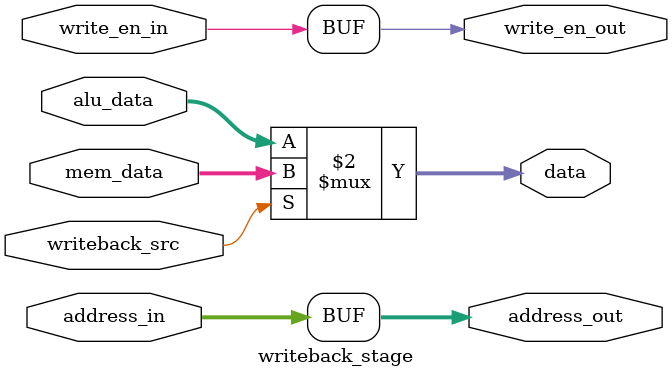
<source format=v>
module writeback_stage
	(
		data, 
		address_out,
		write_en_out,
		
		address_in,
		write_en_in,
		writeback_src,
		alu_data,
		mem_data
	);
	
output [15:0] data;
output [2:0] address_out;
output  write_en_out;

input [2:0] address_in;
input write_en_in;
input writeback_src;
input [15:0] alu_data;
input [15:0] mem_data;

	parameter WRITEBACK_SRC_ALU = 1'b0;
	
	assign address_out = address_in;
	assign write_en_out = write_en_in;
	assign data = (writeback_src == WRITEBACK_SRC_ALU) ? alu_data : mem_data;
	
endmodule

</source>
